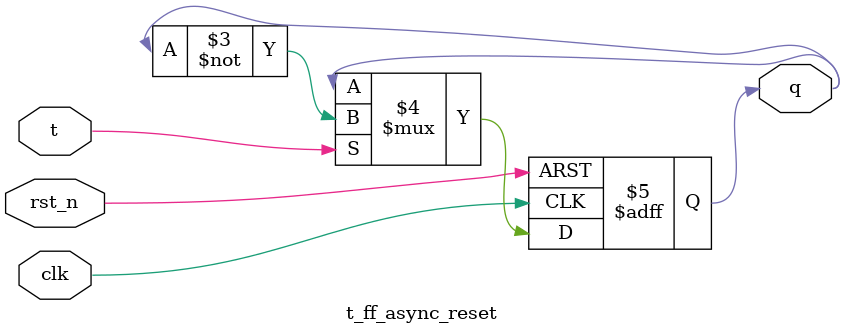
<source format=sv>
module t_ff_async_reset (
    input wire clk,
    input wire rst_n,
    input wire t,
    output reg q
);
    always @(posedge clk or negedge rst_n) begin
        if (!rst_n)
            q <= 1'b0;
        else
            q <= t ? ~q : q;
    end
endmodule
</source>
